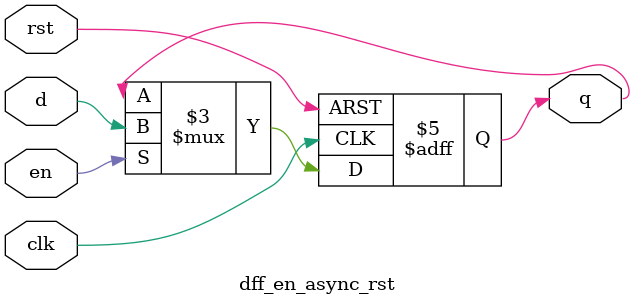
<source format=v>
`timescale 1ns / 1ps


module dff_en_async_rst(
    input clk,rst,
    input en,
    input d,
    output reg q
    );
    always@(posedge clk or posedge rst)
        begin
            if(rst)
                q <= 1'b0;
            else if(en)
                q <= d;
            else
                q <= q;
        end
endmodule

</source>
